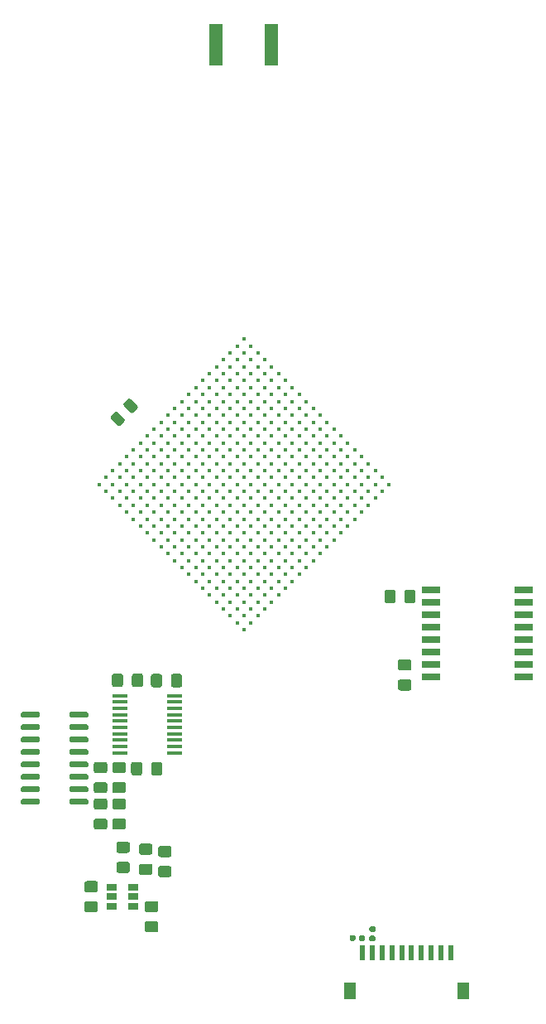
<source format=gbr>
%TF.GenerationSoftware,KiCad,Pcbnew,(5.1.6)-1*%
%TF.CreationDate,2020-12-21T13:22:22+01:00*%
%TF.ProjectId,PCB-Drone-With-FPGA,5043422d-4472-46f6-9e65-2d576974682d,rev?*%
%TF.SameCoordinates,Original*%
%TF.FileFunction,Paste,Bot*%
%TF.FilePolarity,Positive*%
%FSLAX46Y46*%
G04 Gerber Fmt 4.6, Leading zero omitted, Abs format (unit mm)*
G04 Created by KiCad (PCBNEW (5.1.6)-1) date 2020-12-21 13:22:22*
%MOMM*%
%LPD*%
G01*
G04 APERTURE LIST*
%ADD10R,1.925000X0.700000*%
%ADD11R,1.200000X1.800000*%
%ADD12R,0.600000X1.550000*%
%ADD13R,1.060000X0.650000*%
%ADD14R,1.600000X0.300000*%
%ADD15C,0.450000*%
%ADD16R,1.350000X4.200000*%
G04 APERTURE END LIST*
D10*
%TO.C,U603*%
X158587000Y-106695000D03*
X158587000Y-105425000D03*
X158587000Y-104155000D03*
X158587000Y-102885000D03*
X158587000Y-101615000D03*
X158587000Y-100345000D03*
X158587000Y-99075000D03*
X158587000Y-97805000D03*
X149163000Y-97805000D03*
X149163000Y-99075000D03*
X149163000Y-100345000D03*
X149163000Y-101615000D03*
X149163000Y-102885000D03*
X149163000Y-104155000D03*
X149163000Y-105425000D03*
X149163000Y-106695000D03*
%TD*%
%TO.C,R902*%
G36*
G01*
X141390000Y-133187500D02*
X141390000Y-133532500D01*
G75*
G02*
X141242500Y-133680000I-147500J0D01*
G01*
X140947500Y-133680000D01*
G75*
G02*
X140800000Y-133532500I0J147500D01*
G01*
X140800000Y-133187500D01*
G75*
G02*
X140947500Y-133040000I147500J0D01*
G01*
X141242500Y-133040000D01*
G75*
G02*
X141390000Y-133187500I0J-147500D01*
G01*
G37*
G36*
G01*
X142360000Y-133187500D02*
X142360000Y-133532500D01*
G75*
G02*
X142212500Y-133680000I-147500J0D01*
G01*
X141917500Y-133680000D01*
G75*
G02*
X141770000Y-133532500I0J147500D01*
G01*
X141770000Y-133187500D01*
G75*
G02*
X141917500Y-133040000I147500J0D01*
G01*
X142212500Y-133040000D01*
G75*
G02*
X142360000Y-133187500I0J-147500D01*
G01*
G37*
%TD*%
%TO.C,R901*%
G36*
G01*
X143312500Y-132735000D02*
X142967500Y-132735000D01*
G75*
G02*
X142820000Y-132587500I0J147500D01*
G01*
X142820000Y-132292500D01*
G75*
G02*
X142967500Y-132145000I147500J0D01*
G01*
X143312500Y-132145000D01*
G75*
G02*
X143460000Y-132292500I0J-147500D01*
G01*
X143460000Y-132587500D01*
G75*
G02*
X143312500Y-132735000I-147500J0D01*
G01*
G37*
G36*
G01*
X143312500Y-133705000D02*
X142967500Y-133705000D01*
G75*
G02*
X142820000Y-133557500I0J147500D01*
G01*
X142820000Y-133262500D01*
G75*
G02*
X142967500Y-133115000I147500J0D01*
G01*
X143312500Y-133115000D01*
G75*
G02*
X143460000Y-133262500I0J-147500D01*
G01*
X143460000Y-133557500D01*
G75*
G02*
X143312500Y-133705000I-147500J0D01*
G01*
G37*
%TD*%
D11*
%TO.C,J901*%
X140840000Y-138745000D03*
X152440000Y-138745000D03*
D12*
X142140000Y-134870000D03*
X143140000Y-134870000D03*
X144140000Y-134870000D03*
X145140000Y-134870000D03*
X146140000Y-134870000D03*
X147140000Y-134870000D03*
X148140000Y-134870000D03*
X149140000Y-134870000D03*
X150140000Y-134870000D03*
X151140000Y-134870000D03*
%TD*%
%TO.C,C1518*%
G36*
G01*
X118373729Y-79631506D02*
X117728494Y-78986271D01*
G75*
G02*
X117728494Y-78641557I172357J172357D01*
G01*
X118073209Y-78296842D01*
G75*
G02*
X118417923Y-78296842I172357J-172357D01*
G01*
X119063158Y-78942077D01*
G75*
G02*
X119063158Y-79286791I-172357J-172357D01*
G01*
X118718443Y-79631506D01*
G75*
G02*
X118373729Y-79631506I-172357J172357D01*
G01*
G37*
G36*
G01*
X117047903Y-80957332D02*
X116402668Y-80312097D01*
G75*
G02*
X116402668Y-79967383I172357J172357D01*
G01*
X116747383Y-79622668D01*
G75*
G02*
X117092097Y-79622668I172357J-172357D01*
G01*
X117737332Y-80267903D01*
G75*
G02*
X117737332Y-80612617I-172357J-172357D01*
G01*
X117392617Y-80957332D01*
G75*
G02*
X117047903Y-80957332I-172357J172357D01*
G01*
G37*
%TD*%
%TO.C,R605*%
G36*
G01*
X147565000Y-97999999D02*
X147565000Y-98900001D01*
G75*
G02*
X147315001Y-99150000I-249999J0D01*
G01*
X146664999Y-99150000D01*
G75*
G02*
X146415000Y-98900001I0J249999D01*
G01*
X146415000Y-97999999D01*
G75*
G02*
X146664999Y-97750000I249999J0D01*
G01*
X147315001Y-97750000D01*
G75*
G02*
X147565000Y-97999999I0J-249999D01*
G01*
G37*
G36*
G01*
X145515000Y-97999999D02*
X145515000Y-98900001D01*
G75*
G02*
X145265001Y-99150000I-249999J0D01*
G01*
X144614999Y-99150000D01*
G75*
G02*
X144365000Y-98900001I0J249999D01*
G01*
X144365000Y-97999999D01*
G75*
G02*
X144614999Y-97750000I249999J0D01*
G01*
X145265001Y-97750000D01*
G75*
G02*
X145515000Y-97999999I0J-249999D01*
G01*
G37*
%TD*%
D13*
%TO.C,U601*%
X118690000Y-129130000D03*
X118690000Y-130080000D03*
X118690000Y-128180000D03*
X116490000Y-128180000D03*
X116490000Y-129130000D03*
X116490000Y-130080000D03*
%TD*%
%TO.C,R604*%
G36*
G01*
X121439999Y-125980000D02*
X122340001Y-125980000D01*
G75*
G02*
X122590000Y-126229999I0J-249999D01*
G01*
X122590000Y-126880001D01*
G75*
G02*
X122340001Y-127130000I-249999J0D01*
G01*
X121439999Y-127130000D01*
G75*
G02*
X121190000Y-126880001I0J249999D01*
G01*
X121190000Y-126229999D01*
G75*
G02*
X121439999Y-125980000I249999J0D01*
G01*
G37*
G36*
G01*
X121439999Y-123930000D02*
X122340001Y-123930000D01*
G75*
G02*
X122590000Y-124179999I0J-249999D01*
G01*
X122590000Y-124830001D01*
G75*
G02*
X122340001Y-125080000I-249999J0D01*
G01*
X121439999Y-125080000D01*
G75*
G02*
X121190000Y-124830001I0J249999D01*
G01*
X121190000Y-124179999D01*
G75*
G02*
X121439999Y-123930000I249999J0D01*
G01*
G37*
%TD*%
%TO.C,R603*%
G36*
G01*
X117179999Y-125560000D02*
X118080001Y-125560000D01*
G75*
G02*
X118330000Y-125809999I0J-249999D01*
G01*
X118330000Y-126460001D01*
G75*
G02*
X118080001Y-126710000I-249999J0D01*
G01*
X117179999Y-126710000D01*
G75*
G02*
X116930000Y-126460001I0J249999D01*
G01*
X116930000Y-125809999D01*
G75*
G02*
X117179999Y-125560000I249999J0D01*
G01*
G37*
G36*
G01*
X117179999Y-123510000D02*
X118080001Y-123510000D01*
G75*
G02*
X118330000Y-123759999I0J-249999D01*
G01*
X118330000Y-124410001D01*
G75*
G02*
X118080001Y-124660000I-249999J0D01*
G01*
X117179999Y-124660000D01*
G75*
G02*
X116930000Y-124410001I0J249999D01*
G01*
X116930000Y-123759999D01*
G75*
G02*
X117179999Y-123510000I249999J0D01*
G01*
G37*
%TD*%
%TO.C,R602*%
G36*
G01*
X113899999Y-129580000D02*
X114800001Y-129580000D01*
G75*
G02*
X115050000Y-129829999I0J-249999D01*
G01*
X115050000Y-130480001D01*
G75*
G02*
X114800001Y-130730000I-249999J0D01*
G01*
X113899999Y-130730000D01*
G75*
G02*
X113650000Y-130480001I0J249999D01*
G01*
X113650000Y-129829999D01*
G75*
G02*
X113899999Y-129580000I249999J0D01*
G01*
G37*
G36*
G01*
X113899999Y-127530000D02*
X114800001Y-127530000D01*
G75*
G02*
X115050000Y-127779999I0J-249999D01*
G01*
X115050000Y-128430001D01*
G75*
G02*
X114800001Y-128680000I-249999J0D01*
G01*
X113899999Y-128680000D01*
G75*
G02*
X113650000Y-128430001I0J249999D01*
G01*
X113650000Y-127779999D01*
G75*
G02*
X113899999Y-127530000I249999J0D01*
G01*
G37*
%TD*%
%TO.C,R601*%
G36*
G01*
X119489999Y-125755000D02*
X120390001Y-125755000D01*
G75*
G02*
X120640000Y-126004999I0J-249999D01*
G01*
X120640000Y-126655001D01*
G75*
G02*
X120390001Y-126905000I-249999J0D01*
G01*
X119489999Y-126905000D01*
G75*
G02*
X119240000Y-126655001I0J249999D01*
G01*
X119240000Y-126004999D01*
G75*
G02*
X119489999Y-125755000I249999J0D01*
G01*
G37*
G36*
G01*
X119489999Y-123705000D02*
X120390001Y-123705000D01*
G75*
G02*
X120640000Y-123954999I0J-249999D01*
G01*
X120640000Y-124605001D01*
G75*
G02*
X120390001Y-124855000I-249999J0D01*
G01*
X119489999Y-124855000D01*
G75*
G02*
X119240000Y-124605001I0J249999D01*
G01*
X119240000Y-123954999D01*
G75*
G02*
X119489999Y-123705000I249999J0D01*
G01*
G37*
%TD*%
%TO.C,C603*%
G36*
G01*
X145989999Y-104865000D02*
X146890001Y-104865000D01*
G75*
G02*
X147140000Y-105114999I0J-249999D01*
G01*
X147140000Y-105765001D01*
G75*
G02*
X146890001Y-106015000I-249999J0D01*
G01*
X145989999Y-106015000D01*
G75*
G02*
X145740000Y-105765001I0J249999D01*
G01*
X145740000Y-105114999D01*
G75*
G02*
X145989999Y-104865000I249999J0D01*
G01*
G37*
G36*
G01*
X145989999Y-106915000D02*
X146890001Y-106915000D01*
G75*
G02*
X147140000Y-107164999I0J-249999D01*
G01*
X147140000Y-107815001D01*
G75*
G02*
X146890001Y-108065000I-249999J0D01*
G01*
X145989999Y-108065000D01*
G75*
G02*
X145740000Y-107815001I0J249999D01*
G01*
X145740000Y-107164999D01*
G75*
G02*
X145989999Y-106915000I249999J0D01*
G01*
G37*
%TD*%
%TO.C,C601*%
G36*
G01*
X120079999Y-131625000D02*
X120980001Y-131625000D01*
G75*
G02*
X121230000Y-131874999I0J-249999D01*
G01*
X121230000Y-132525001D01*
G75*
G02*
X120980001Y-132775000I-249999J0D01*
G01*
X120079999Y-132775000D01*
G75*
G02*
X119830000Y-132525001I0J249999D01*
G01*
X119830000Y-131874999D01*
G75*
G02*
X120079999Y-131625000I249999J0D01*
G01*
G37*
G36*
G01*
X120079999Y-129575000D02*
X120980001Y-129575000D01*
G75*
G02*
X121230000Y-129824999I0J-249999D01*
G01*
X121230000Y-130475001D01*
G75*
G02*
X120980001Y-130725000I-249999J0D01*
G01*
X120079999Y-130725000D01*
G75*
G02*
X119830000Y-130475001I0J249999D01*
G01*
X119830000Y-129824999D01*
G75*
G02*
X120079999Y-129575000I249999J0D01*
G01*
G37*
%TD*%
%TO.C,R704*%
G36*
G01*
X119590000Y-115599999D02*
X119590000Y-116500001D01*
G75*
G02*
X119340001Y-116750000I-249999J0D01*
G01*
X118689999Y-116750000D01*
G75*
G02*
X118440000Y-116500001I0J249999D01*
G01*
X118440000Y-115599999D01*
G75*
G02*
X118689999Y-115350000I249999J0D01*
G01*
X119340001Y-115350000D01*
G75*
G02*
X119590000Y-115599999I0J-249999D01*
G01*
G37*
G36*
G01*
X121640000Y-115599999D02*
X121640000Y-116500001D01*
G75*
G02*
X121390001Y-116750000I-249999J0D01*
G01*
X120739999Y-116750000D01*
G75*
G02*
X120490000Y-116500001I0J249999D01*
G01*
X120490000Y-115599999D01*
G75*
G02*
X120739999Y-115350000I249999J0D01*
G01*
X121390001Y-115350000D01*
G75*
G02*
X121640000Y-115599999I0J-249999D01*
G01*
G37*
%TD*%
%TO.C,C718*%
G36*
G01*
X115755001Y-116505000D02*
X114854999Y-116505000D01*
G75*
G02*
X114605000Y-116255001I0J249999D01*
G01*
X114605000Y-115604999D01*
G75*
G02*
X114854999Y-115355000I249999J0D01*
G01*
X115755001Y-115355000D01*
G75*
G02*
X116005000Y-115604999I0J-249999D01*
G01*
X116005000Y-116255001D01*
G75*
G02*
X115755001Y-116505000I-249999J0D01*
G01*
G37*
G36*
G01*
X115755001Y-118555000D02*
X114854999Y-118555000D01*
G75*
G02*
X114605000Y-118305001I0J249999D01*
G01*
X114605000Y-117654999D01*
G75*
G02*
X114854999Y-117405000I249999J0D01*
G01*
X115755001Y-117405000D01*
G75*
G02*
X116005000Y-117654999I0J-249999D01*
G01*
X116005000Y-118305001D01*
G75*
G02*
X115755001Y-118555000I-249999J0D01*
G01*
G37*
%TD*%
%TO.C,C717*%
G36*
G01*
X117655001Y-116505000D02*
X116754999Y-116505000D01*
G75*
G02*
X116505000Y-116255001I0J249999D01*
G01*
X116505000Y-115604999D01*
G75*
G02*
X116754999Y-115355000I249999J0D01*
G01*
X117655001Y-115355000D01*
G75*
G02*
X117905000Y-115604999I0J-249999D01*
G01*
X117905000Y-116255001D01*
G75*
G02*
X117655001Y-116505000I-249999J0D01*
G01*
G37*
G36*
G01*
X117655001Y-118555000D02*
X116754999Y-118555000D01*
G75*
G02*
X116505000Y-118305001I0J249999D01*
G01*
X116505000Y-117654999D01*
G75*
G02*
X116754999Y-117405000I249999J0D01*
G01*
X117655001Y-117405000D01*
G75*
G02*
X117905000Y-117654999I0J-249999D01*
G01*
X117905000Y-118305001D01*
G75*
G02*
X117655001Y-118555000I-249999J0D01*
G01*
G37*
%TD*%
%TO.C,C715*%
G36*
G01*
X114854999Y-121130000D02*
X115755001Y-121130000D01*
G75*
G02*
X116005000Y-121379999I0J-249999D01*
G01*
X116005000Y-122030001D01*
G75*
G02*
X115755001Y-122280000I-249999J0D01*
G01*
X114854999Y-122280000D01*
G75*
G02*
X114605000Y-122030001I0J249999D01*
G01*
X114605000Y-121379999D01*
G75*
G02*
X114854999Y-121130000I249999J0D01*
G01*
G37*
G36*
G01*
X114854999Y-119080000D02*
X115755001Y-119080000D01*
G75*
G02*
X116005000Y-119329999I0J-249999D01*
G01*
X116005000Y-119980001D01*
G75*
G02*
X115755001Y-120230000I-249999J0D01*
G01*
X114854999Y-120230000D01*
G75*
G02*
X114605000Y-119980001I0J249999D01*
G01*
X114605000Y-119329999D01*
G75*
G02*
X114854999Y-119080000I249999J0D01*
G01*
G37*
%TD*%
%TO.C,C714*%
G36*
G01*
X116754999Y-121130000D02*
X117655001Y-121130000D01*
G75*
G02*
X117905000Y-121379999I0J-249999D01*
G01*
X117905000Y-122030001D01*
G75*
G02*
X117655001Y-122280000I-249999J0D01*
G01*
X116754999Y-122280000D01*
G75*
G02*
X116505000Y-122030001I0J249999D01*
G01*
X116505000Y-121379999D01*
G75*
G02*
X116754999Y-121130000I249999J0D01*
G01*
G37*
G36*
G01*
X116754999Y-119080000D02*
X117655001Y-119080000D01*
G75*
G02*
X117905000Y-119329999I0J-249999D01*
G01*
X117905000Y-119980001D01*
G75*
G02*
X117655001Y-120230000I-249999J0D01*
G01*
X116754999Y-120230000D01*
G75*
G02*
X116505000Y-119980001I0J249999D01*
G01*
X116505000Y-119329999D01*
G75*
G02*
X116754999Y-119080000I249999J0D01*
G01*
G37*
%TD*%
%TO.C,C707*%
G36*
G01*
X117625001Y-106559999D02*
X117625001Y-107460001D01*
G75*
G02*
X117375002Y-107710000I-249999J0D01*
G01*
X116725000Y-107710000D01*
G75*
G02*
X116475001Y-107460001I0J249999D01*
G01*
X116475001Y-106559999D01*
G75*
G02*
X116725000Y-106310000I249999J0D01*
G01*
X117375002Y-106310000D01*
G75*
G02*
X117625001Y-106559999I0J-249999D01*
G01*
G37*
G36*
G01*
X119675001Y-106559999D02*
X119675001Y-107460001D01*
G75*
G02*
X119425002Y-107710000I-249999J0D01*
G01*
X118775000Y-107710000D01*
G75*
G02*
X118525001Y-107460001I0J249999D01*
G01*
X118525001Y-106559999D01*
G75*
G02*
X118775000Y-106310000I249999J0D01*
G01*
X119425002Y-106310000D01*
G75*
G02*
X119675001Y-106559999I0J-249999D01*
G01*
G37*
%TD*%
%TO.C,C706*%
G36*
G01*
X122520000Y-107500001D02*
X122520000Y-106599999D01*
G75*
G02*
X122769999Y-106350000I249999J0D01*
G01*
X123420001Y-106350000D01*
G75*
G02*
X123670000Y-106599999I0J-249999D01*
G01*
X123670000Y-107500001D01*
G75*
G02*
X123420001Y-107750000I-249999J0D01*
G01*
X122769999Y-107750000D01*
G75*
G02*
X122520000Y-107500001I0J249999D01*
G01*
G37*
G36*
G01*
X120470000Y-107500001D02*
X120470000Y-106599999D01*
G75*
G02*
X120719999Y-106350000I249999J0D01*
G01*
X121370001Y-106350000D01*
G75*
G02*
X121620000Y-106599999I0J-249999D01*
G01*
X121620000Y-107500001D01*
G75*
G02*
X121370001Y-107750000I-249999J0D01*
G01*
X120719999Y-107750000D01*
G75*
G02*
X120470000Y-107500001I0J249999D01*
G01*
G37*
%TD*%
D14*
%TO.C,U702*%
X117270000Y-108585000D03*
X117270000Y-109235000D03*
X117270000Y-109885000D03*
X117270000Y-110535000D03*
X117270000Y-111185000D03*
X117270000Y-111835000D03*
X117270000Y-112485000D03*
X117270000Y-113135000D03*
X117270000Y-113785000D03*
X117270000Y-114435000D03*
X122870000Y-114435000D03*
X122870000Y-113785000D03*
X122870000Y-113135000D03*
X122870000Y-112485000D03*
X122870000Y-111835000D03*
X122870000Y-111185000D03*
X122870000Y-110535000D03*
X122870000Y-109885000D03*
X122870000Y-109235000D03*
X122870000Y-108585000D03*
%TD*%
%TO.C,U705*%
G36*
G01*
X112105000Y-119575000D02*
X112105000Y-119275000D01*
G75*
G02*
X112255000Y-119125000I150000J0D01*
G01*
X113905000Y-119125000D01*
G75*
G02*
X114055000Y-119275000I0J-150000D01*
G01*
X114055000Y-119575000D01*
G75*
G02*
X113905000Y-119725000I-150000J0D01*
G01*
X112255000Y-119725000D01*
G75*
G02*
X112105000Y-119575000I0J150000D01*
G01*
G37*
G36*
G01*
X112105000Y-118305000D02*
X112105000Y-118005000D01*
G75*
G02*
X112255000Y-117855000I150000J0D01*
G01*
X113905000Y-117855000D01*
G75*
G02*
X114055000Y-118005000I0J-150000D01*
G01*
X114055000Y-118305000D01*
G75*
G02*
X113905000Y-118455000I-150000J0D01*
G01*
X112255000Y-118455000D01*
G75*
G02*
X112105000Y-118305000I0J150000D01*
G01*
G37*
G36*
G01*
X112105000Y-117035000D02*
X112105000Y-116735000D01*
G75*
G02*
X112255000Y-116585000I150000J0D01*
G01*
X113905000Y-116585000D01*
G75*
G02*
X114055000Y-116735000I0J-150000D01*
G01*
X114055000Y-117035000D01*
G75*
G02*
X113905000Y-117185000I-150000J0D01*
G01*
X112255000Y-117185000D01*
G75*
G02*
X112105000Y-117035000I0J150000D01*
G01*
G37*
G36*
G01*
X112105000Y-115765000D02*
X112105000Y-115465000D01*
G75*
G02*
X112255000Y-115315000I150000J0D01*
G01*
X113905000Y-115315000D01*
G75*
G02*
X114055000Y-115465000I0J-150000D01*
G01*
X114055000Y-115765000D01*
G75*
G02*
X113905000Y-115915000I-150000J0D01*
G01*
X112255000Y-115915000D01*
G75*
G02*
X112105000Y-115765000I0J150000D01*
G01*
G37*
G36*
G01*
X112105000Y-114495000D02*
X112105000Y-114195000D01*
G75*
G02*
X112255000Y-114045000I150000J0D01*
G01*
X113905000Y-114045000D01*
G75*
G02*
X114055000Y-114195000I0J-150000D01*
G01*
X114055000Y-114495000D01*
G75*
G02*
X113905000Y-114645000I-150000J0D01*
G01*
X112255000Y-114645000D01*
G75*
G02*
X112105000Y-114495000I0J150000D01*
G01*
G37*
G36*
G01*
X112105000Y-113225000D02*
X112105000Y-112925000D01*
G75*
G02*
X112255000Y-112775000I150000J0D01*
G01*
X113905000Y-112775000D01*
G75*
G02*
X114055000Y-112925000I0J-150000D01*
G01*
X114055000Y-113225000D01*
G75*
G02*
X113905000Y-113375000I-150000J0D01*
G01*
X112255000Y-113375000D01*
G75*
G02*
X112105000Y-113225000I0J150000D01*
G01*
G37*
G36*
G01*
X112105000Y-111955000D02*
X112105000Y-111655000D01*
G75*
G02*
X112255000Y-111505000I150000J0D01*
G01*
X113905000Y-111505000D01*
G75*
G02*
X114055000Y-111655000I0J-150000D01*
G01*
X114055000Y-111955000D01*
G75*
G02*
X113905000Y-112105000I-150000J0D01*
G01*
X112255000Y-112105000D01*
G75*
G02*
X112105000Y-111955000I0J150000D01*
G01*
G37*
G36*
G01*
X112105000Y-110685000D02*
X112105000Y-110385000D01*
G75*
G02*
X112255000Y-110235000I150000J0D01*
G01*
X113905000Y-110235000D01*
G75*
G02*
X114055000Y-110385000I0J-150000D01*
G01*
X114055000Y-110685000D01*
G75*
G02*
X113905000Y-110835000I-150000J0D01*
G01*
X112255000Y-110835000D01*
G75*
G02*
X112105000Y-110685000I0J150000D01*
G01*
G37*
G36*
G01*
X107155000Y-110685000D02*
X107155000Y-110385000D01*
G75*
G02*
X107305000Y-110235000I150000J0D01*
G01*
X108955000Y-110235000D01*
G75*
G02*
X109105000Y-110385000I0J-150000D01*
G01*
X109105000Y-110685000D01*
G75*
G02*
X108955000Y-110835000I-150000J0D01*
G01*
X107305000Y-110835000D01*
G75*
G02*
X107155000Y-110685000I0J150000D01*
G01*
G37*
G36*
G01*
X107155000Y-111955000D02*
X107155000Y-111655000D01*
G75*
G02*
X107305000Y-111505000I150000J0D01*
G01*
X108955000Y-111505000D01*
G75*
G02*
X109105000Y-111655000I0J-150000D01*
G01*
X109105000Y-111955000D01*
G75*
G02*
X108955000Y-112105000I-150000J0D01*
G01*
X107305000Y-112105000D01*
G75*
G02*
X107155000Y-111955000I0J150000D01*
G01*
G37*
G36*
G01*
X107155000Y-113225000D02*
X107155000Y-112925000D01*
G75*
G02*
X107305000Y-112775000I150000J0D01*
G01*
X108955000Y-112775000D01*
G75*
G02*
X109105000Y-112925000I0J-150000D01*
G01*
X109105000Y-113225000D01*
G75*
G02*
X108955000Y-113375000I-150000J0D01*
G01*
X107305000Y-113375000D01*
G75*
G02*
X107155000Y-113225000I0J150000D01*
G01*
G37*
G36*
G01*
X107155000Y-114495000D02*
X107155000Y-114195000D01*
G75*
G02*
X107305000Y-114045000I150000J0D01*
G01*
X108955000Y-114045000D01*
G75*
G02*
X109105000Y-114195000I0J-150000D01*
G01*
X109105000Y-114495000D01*
G75*
G02*
X108955000Y-114645000I-150000J0D01*
G01*
X107305000Y-114645000D01*
G75*
G02*
X107155000Y-114495000I0J150000D01*
G01*
G37*
G36*
G01*
X107155000Y-115765000D02*
X107155000Y-115465000D01*
G75*
G02*
X107305000Y-115315000I150000J0D01*
G01*
X108955000Y-115315000D01*
G75*
G02*
X109105000Y-115465000I0J-150000D01*
G01*
X109105000Y-115765000D01*
G75*
G02*
X108955000Y-115915000I-150000J0D01*
G01*
X107305000Y-115915000D01*
G75*
G02*
X107155000Y-115765000I0J150000D01*
G01*
G37*
G36*
G01*
X107155000Y-117035000D02*
X107155000Y-116735000D01*
G75*
G02*
X107305000Y-116585000I150000J0D01*
G01*
X108955000Y-116585000D01*
G75*
G02*
X109105000Y-116735000I0J-150000D01*
G01*
X109105000Y-117035000D01*
G75*
G02*
X108955000Y-117185000I-150000J0D01*
G01*
X107305000Y-117185000D01*
G75*
G02*
X107155000Y-117035000I0J150000D01*
G01*
G37*
G36*
G01*
X107155000Y-118305000D02*
X107155000Y-118005000D01*
G75*
G02*
X107305000Y-117855000I150000J0D01*
G01*
X108955000Y-117855000D01*
G75*
G02*
X109105000Y-118005000I0J-150000D01*
G01*
X109105000Y-118305000D01*
G75*
G02*
X108955000Y-118455000I-150000J0D01*
G01*
X107305000Y-118455000D01*
G75*
G02*
X107155000Y-118305000I0J150000D01*
G01*
G37*
G36*
G01*
X107155000Y-119575000D02*
X107155000Y-119275000D01*
G75*
G02*
X107305000Y-119125000I150000J0D01*
G01*
X108955000Y-119125000D01*
G75*
G02*
X109105000Y-119275000I0J-150000D01*
G01*
X109105000Y-119575000D01*
G75*
G02*
X108955000Y-119725000I-150000J0D01*
G01*
X107305000Y-119725000D01*
G75*
G02*
X107155000Y-119575000I0J150000D01*
G01*
G37*
%TD*%
D15*
%TO.C,U1201*%
X115150758Y-87000000D03*
X115857864Y-87707107D03*
X116564971Y-88414214D03*
X117272078Y-89121320D03*
X117979185Y-89828427D03*
X118686292Y-90535534D03*
X119393398Y-91242641D03*
X120100505Y-91949747D03*
X120807612Y-92656854D03*
X121514719Y-93363961D03*
X122221825Y-94071068D03*
X122928932Y-94778175D03*
X123636039Y-95485281D03*
X124343146Y-96192388D03*
X125050253Y-96899495D03*
X125757359Y-97606602D03*
X126464466Y-98313708D03*
X127171573Y-99020815D03*
X127878680Y-99727922D03*
X128585786Y-100435029D03*
X129292893Y-101142136D03*
X130000000Y-101849242D03*
X115857864Y-86292893D03*
X116564971Y-87000000D03*
X117272078Y-87707107D03*
X117979185Y-88414214D03*
X118686292Y-89121320D03*
X119393398Y-89828427D03*
X120100505Y-90535534D03*
X120807612Y-91242641D03*
X121514719Y-91949747D03*
X122221825Y-92656854D03*
X122928932Y-93363961D03*
X123636039Y-94071068D03*
X124343146Y-94778175D03*
X125050253Y-95485281D03*
X125757359Y-96192388D03*
X126464466Y-96899495D03*
X127171573Y-97606602D03*
X127878680Y-98313708D03*
X128585786Y-99020815D03*
X129292893Y-99727922D03*
X130000000Y-100435029D03*
X130707107Y-101142136D03*
X116564971Y-85585786D03*
X117272078Y-86292893D03*
X117979185Y-87000000D03*
X118686292Y-87707107D03*
X119393398Y-88414214D03*
X120100505Y-89121320D03*
X120807612Y-89828427D03*
X121514719Y-90535534D03*
X122221825Y-91242641D03*
X122928932Y-91949747D03*
X123636039Y-92656854D03*
X124343146Y-93363961D03*
X125050253Y-94071068D03*
X125757359Y-94778175D03*
X126464466Y-95485281D03*
X127171573Y-96192388D03*
X127878680Y-96899495D03*
X128585786Y-97606602D03*
X129292893Y-98313708D03*
X130000000Y-99020815D03*
X130707107Y-99727922D03*
X131414214Y-100435029D03*
X117272078Y-84878680D03*
X117979185Y-85585786D03*
X118686292Y-86292893D03*
X119393398Y-87000000D03*
X120100505Y-87707107D03*
X120807612Y-88414214D03*
X121514719Y-89121320D03*
X122221825Y-89828427D03*
X122928932Y-90535534D03*
X123636039Y-91242641D03*
X124343146Y-91949747D03*
X125050253Y-92656854D03*
X125757359Y-93363961D03*
X126464466Y-94071068D03*
X127171573Y-94778175D03*
X127878680Y-95485281D03*
X128585786Y-96192388D03*
X129292893Y-96899495D03*
X130000000Y-97606602D03*
X130707107Y-98313708D03*
X131414214Y-99020815D03*
X132121320Y-99727922D03*
X117979185Y-84171573D03*
X118686292Y-84878680D03*
X119393398Y-85585786D03*
X120100505Y-86292893D03*
X120807612Y-87000000D03*
X121514719Y-87707107D03*
X122221825Y-88414214D03*
X122928932Y-89121320D03*
X123636039Y-89828427D03*
X124343146Y-90535534D03*
X125050253Y-91242641D03*
X125757359Y-91949747D03*
X126464466Y-92656854D03*
X127171573Y-93363961D03*
X127878680Y-94071068D03*
X128585786Y-94778175D03*
X129292893Y-95485281D03*
X130000000Y-96192388D03*
X130707107Y-96899495D03*
X131414214Y-97606602D03*
X132121320Y-98313708D03*
X132828427Y-99020815D03*
X118686292Y-83464466D03*
X119393398Y-84171573D03*
X120100505Y-84878680D03*
X120807612Y-85585786D03*
X121514719Y-86292893D03*
X122221825Y-87000000D03*
X122928932Y-87707107D03*
X123636039Y-88414214D03*
X124343146Y-89121320D03*
X125050253Y-89828427D03*
X125757359Y-90535534D03*
X126464466Y-91242641D03*
X127171573Y-91949747D03*
X127878680Y-92656854D03*
X128585786Y-93363961D03*
X129292893Y-94071068D03*
X130000000Y-94778175D03*
X130707107Y-95485281D03*
X131414214Y-96192388D03*
X132121320Y-96899495D03*
X132828427Y-97606602D03*
X133535534Y-98313708D03*
X119393398Y-82757359D03*
X120100505Y-83464466D03*
X120807612Y-84171573D03*
X121514719Y-84878680D03*
X122221825Y-85585786D03*
X122928932Y-86292893D03*
X123636039Y-87000000D03*
X124343146Y-87707107D03*
X125050253Y-88414214D03*
X125757359Y-89121320D03*
X126464466Y-89828427D03*
X127171573Y-90535534D03*
X127878680Y-91242641D03*
X128585786Y-91949747D03*
X129292893Y-92656854D03*
X130000000Y-93363961D03*
X130707107Y-94071068D03*
X131414214Y-94778175D03*
X132121320Y-95485281D03*
X132828427Y-96192388D03*
X133535534Y-96899495D03*
X134242641Y-97606602D03*
X120100505Y-82050253D03*
X120807612Y-82757359D03*
X121514719Y-83464466D03*
X122221825Y-84171573D03*
X122928932Y-84878680D03*
X123636039Y-85585786D03*
X124343146Y-86292893D03*
X125050253Y-87000000D03*
X125757359Y-87707107D03*
X126464466Y-88414214D03*
X127171573Y-89121320D03*
X127878680Y-89828427D03*
X128585786Y-90535534D03*
X129292893Y-91242641D03*
X130000000Y-91949747D03*
X130707107Y-92656854D03*
X131414214Y-93363961D03*
X132121320Y-94071068D03*
X132828427Y-94778175D03*
X133535534Y-95485281D03*
X134242641Y-96192388D03*
X134949747Y-96899495D03*
X120807612Y-81343146D03*
X121514719Y-82050253D03*
X122221825Y-82757359D03*
X122928932Y-83464466D03*
X123636039Y-84171573D03*
X124343146Y-84878680D03*
X125050253Y-85585786D03*
X125757359Y-86292893D03*
X126464466Y-87000000D03*
X127171573Y-87707107D03*
X127878680Y-88414214D03*
X128585786Y-89121320D03*
X129292893Y-89828427D03*
X130000000Y-90535534D03*
X130707107Y-91242641D03*
X131414214Y-91949747D03*
X132121320Y-92656854D03*
X132828427Y-93363961D03*
X133535534Y-94071068D03*
X134242641Y-94778175D03*
X134949747Y-95485281D03*
X135656854Y-96192388D03*
X121514719Y-80636039D03*
X122221825Y-81343146D03*
X122928932Y-82050253D03*
X123636039Y-82757359D03*
X124343146Y-83464466D03*
X125050253Y-84171573D03*
X125757359Y-84878680D03*
X126464466Y-85585786D03*
X127171573Y-86292893D03*
X127878680Y-87000000D03*
X128585786Y-87707107D03*
X129292893Y-88414214D03*
X130000000Y-89121320D03*
X130707107Y-89828427D03*
X131414214Y-90535534D03*
X132121320Y-91242641D03*
X132828427Y-91949747D03*
X133535534Y-92656854D03*
X134242641Y-93363961D03*
X134949747Y-94071068D03*
X135656854Y-94778175D03*
X136363961Y-95485281D03*
X122221825Y-79928932D03*
X122928932Y-80636039D03*
X123636039Y-81343146D03*
X124343146Y-82050253D03*
X125050253Y-82757359D03*
X125757359Y-83464466D03*
X126464466Y-84171573D03*
X127171573Y-84878680D03*
X127878680Y-85585786D03*
X128585786Y-86292893D03*
X129292893Y-87000000D03*
X130000000Y-87707107D03*
X130707107Y-88414214D03*
X131414214Y-89121320D03*
X132121320Y-89828427D03*
X132828427Y-90535534D03*
X133535534Y-91242641D03*
X134242641Y-91949747D03*
X134949747Y-92656854D03*
X135656854Y-93363961D03*
X136363961Y-94071068D03*
X137071068Y-94778175D03*
X122928932Y-79221825D03*
X123636039Y-79928932D03*
X124343146Y-80636039D03*
X125050253Y-81343146D03*
X125757359Y-82050253D03*
X126464466Y-82757359D03*
X127171573Y-83464466D03*
X127878680Y-84171573D03*
X128585786Y-84878680D03*
X129292893Y-85585786D03*
X130000000Y-86292893D03*
X130707107Y-87000000D03*
X131414214Y-87707107D03*
X132121320Y-88414214D03*
X132828427Y-89121320D03*
X133535534Y-89828427D03*
X134242641Y-90535534D03*
X134949747Y-91242641D03*
X135656854Y-91949747D03*
X136363961Y-92656854D03*
X137071068Y-93363961D03*
X137778175Y-94071068D03*
X123636039Y-78514719D03*
X124343146Y-79221825D03*
X125050253Y-79928932D03*
X125757359Y-80636039D03*
X126464466Y-81343146D03*
X127171573Y-82050253D03*
X127878680Y-82757359D03*
X128585786Y-83464466D03*
X129292893Y-84171573D03*
X130000000Y-84878680D03*
X130707107Y-85585786D03*
X131414214Y-86292893D03*
X132121320Y-87000000D03*
X132828427Y-87707107D03*
X133535534Y-88414214D03*
X134242641Y-89121320D03*
X134949747Y-89828427D03*
X135656854Y-90535534D03*
X136363961Y-91242641D03*
X137071068Y-91949747D03*
X137778175Y-92656854D03*
X138485281Y-93363961D03*
X124343146Y-77807612D03*
X125050253Y-78514719D03*
X125757359Y-79221825D03*
X126464466Y-79928932D03*
X127171573Y-80636039D03*
X127878680Y-81343146D03*
X128585786Y-82050253D03*
X129292893Y-82757359D03*
X130000000Y-83464466D03*
X130707107Y-84171573D03*
X131414214Y-84878680D03*
X132121320Y-85585786D03*
X132828427Y-86292893D03*
X133535534Y-87000000D03*
X134242641Y-87707107D03*
X134949747Y-88414214D03*
X135656854Y-89121320D03*
X136363961Y-89828427D03*
X137071068Y-90535534D03*
X137778175Y-91242641D03*
X138485281Y-91949747D03*
X139192388Y-92656854D03*
X125050253Y-77100505D03*
X125757359Y-77807612D03*
X126464466Y-78514719D03*
X127171573Y-79221825D03*
X127878680Y-79928932D03*
X128585786Y-80636039D03*
X129292893Y-81343146D03*
X130000000Y-82050253D03*
X130707107Y-82757359D03*
X131414214Y-83464466D03*
X132121320Y-84171573D03*
X132828427Y-84878680D03*
X133535534Y-85585786D03*
X134242641Y-86292893D03*
X134949747Y-87000000D03*
X135656854Y-87707107D03*
X136363961Y-88414214D03*
X137071068Y-89121320D03*
X137778175Y-89828427D03*
X138485281Y-90535534D03*
X139192388Y-91242641D03*
X139899495Y-91949747D03*
X125757359Y-76393398D03*
X126464466Y-77100505D03*
X127171573Y-77807612D03*
X127878680Y-78514719D03*
X128585786Y-79221825D03*
X129292893Y-79928932D03*
X130000000Y-80636039D03*
X130707107Y-81343146D03*
X131414214Y-82050253D03*
X132121320Y-82757359D03*
X132828427Y-83464466D03*
X133535534Y-84171573D03*
X134242641Y-84878680D03*
X134949747Y-85585786D03*
X135656854Y-86292893D03*
X136363961Y-87000000D03*
X137071068Y-87707107D03*
X137778175Y-88414214D03*
X138485281Y-89121320D03*
X139192388Y-89828427D03*
X139899495Y-90535534D03*
X140606602Y-91242641D03*
X126464466Y-75686292D03*
X127171573Y-76393398D03*
X127878680Y-77100505D03*
X128585786Y-77807612D03*
X129292893Y-78514719D03*
X130000000Y-79221825D03*
X130707107Y-79928932D03*
X131414214Y-80636039D03*
X132121320Y-81343146D03*
X132828427Y-82050253D03*
X133535534Y-82757359D03*
X134242641Y-83464466D03*
X134949747Y-84171573D03*
X135656854Y-84878680D03*
X136363961Y-85585786D03*
X137071068Y-86292893D03*
X137778175Y-87000000D03*
X138485281Y-87707107D03*
X139192388Y-88414214D03*
X139899495Y-89121320D03*
X140606602Y-89828427D03*
X141313708Y-90535534D03*
X127171573Y-74979185D03*
X127878680Y-75686292D03*
X128585786Y-76393398D03*
X129292893Y-77100505D03*
X130000000Y-77807612D03*
X130707107Y-78514719D03*
X131414214Y-79221825D03*
X132121320Y-79928932D03*
X132828427Y-80636039D03*
X133535534Y-81343146D03*
X134242641Y-82050253D03*
X134949747Y-82757359D03*
X135656854Y-83464466D03*
X136363961Y-84171573D03*
X137071068Y-84878680D03*
X137778175Y-85585786D03*
X138485281Y-86292893D03*
X139192388Y-87000000D03*
X139899495Y-87707107D03*
X140606602Y-88414214D03*
X141313708Y-89121320D03*
X142020815Y-89828427D03*
X127878680Y-74272078D03*
X128585786Y-74979185D03*
X129292893Y-75686292D03*
X130000000Y-76393398D03*
X130707107Y-77100505D03*
X131414214Y-77807612D03*
X132121320Y-78514719D03*
X132828427Y-79221825D03*
X133535534Y-79928932D03*
X134242641Y-80636039D03*
X134949747Y-81343146D03*
X135656854Y-82050253D03*
X136363961Y-82757359D03*
X137071068Y-83464466D03*
X137778175Y-84171573D03*
X138485281Y-84878680D03*
X139192388Y-85585786D03*
X139899495Y-86292893D03*
X140606602Y-87000000D03*
X141313708Y-87707107D03*
X142020815Y-88414214D03*
X142727922Y-89121320D03*
X128585786Y-73564971D03*
X129292893Y-74272078D03*
X130000000Y-74979185D03*
X130707107Y-75686292D03*
X131414214Y-76393398D03*
X132121320Y-77100505D03*
X132828427Y-77807612D03*
X133535534Y-78514719D03*
X134242641Y-79221825D03*
X134949747Y-79928932D03*
X135656854Y-80636039D03*
X136363961Y-81343146D03*
X137071068Y-82050253D03*
X137778175Y-82757359D03*
X138485281Y-83464466D03*
X139192388Y-84171573D03*
X139899495Y-84878680D03*
X140606602Y-85585786D03*
X141313708Y-86292893D03*
X142020815Y-87000000D03*
X142727922Y-87707107D03*
X143435029Y-88414214D03*
X129292893Y-72857864D03*
X130000000Y-73564971D03*
X130707107Y-74272078D03*
X131414214Y-74979185D03*
X132121320Y-75686292D03*
X132828427Y-76393398D03*
X133535534Y-77100505D03*
X134242641Y-77807612D03*
X134949747Y-78514719D03*
X135656854Y-79221825D03*
X136363961Y-79928932D03*
X137071068Y-80636039D03*
X137778175Y-81343146D03*
X138485281Y-82050253D03*
X139192388Y-82757359D03*
X139899495Y-83464466D03*
X140606602Y-84171573D03*
X141313708Y-84878680D03*
X142020815Y-85585786D03*
X142727922Y-86292893D03*
X143435029Y-87000000D03*
X144142136Y-87707107D03*
X130000000Y-72150758D03*
X130707107Y-72857864D03*
X131414214Y-73564971D03*
X132121320Y-74272078D03*
X132828427Y-74979185D03*
X133535534Y-75686292D03*
X134242641Y-76393398D03*
X134949747Y-77100505D03*
X135656854Y-77807612D03*
X136363961Y-78514719D03*
X137071068Y-79221825D03*
X137778175Y-79928932D03*
X138485281Y-80636039D03*
X139192388Y-81343146D03*
X139899495Y-82050253D03*
X140606602Y-82757359D03*
X141313708Y-83464466D03*
X142020815Y-84171573D03*
X142727922Y-84878680D03*
X143435029Y-85585786D03*
X144142136Y-86292893D03*
X144849242Y-87000000D03*
%TD*%
D16*
%TO.C,J801*%
X127150000Y-42075000D03*
X132800000Y-42075000D03*
%TD*%
M02*

</source>
